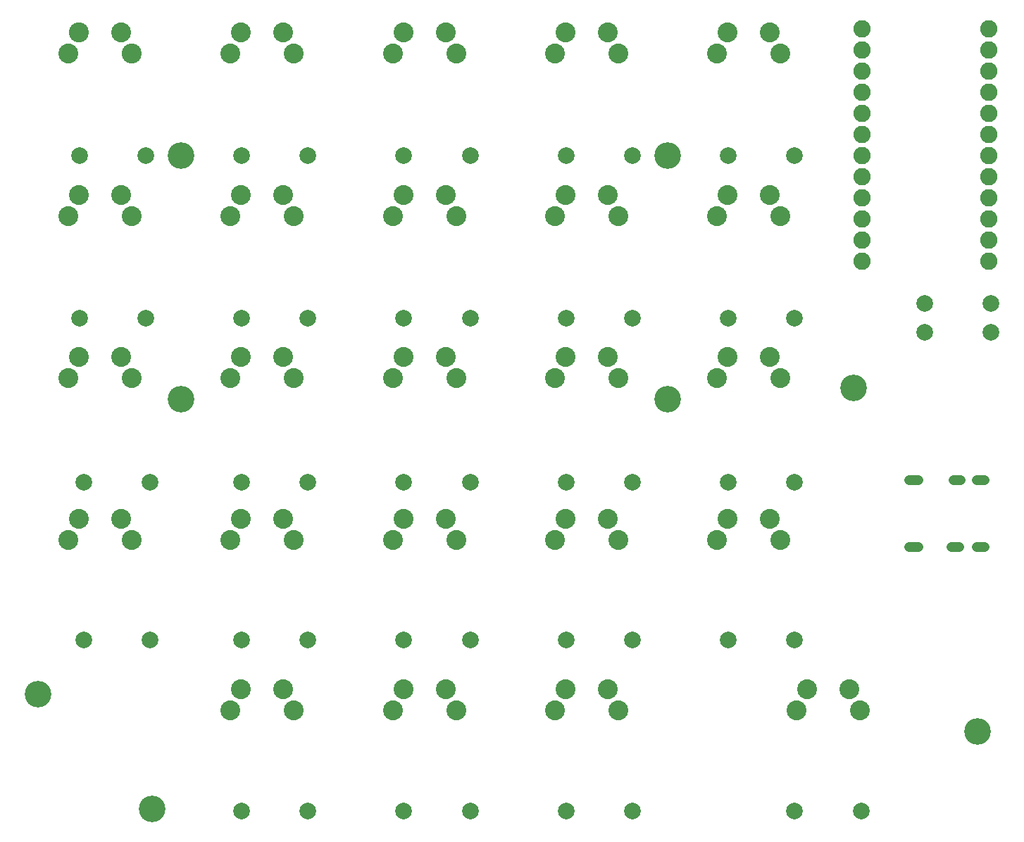
<source format=gts>
G04 Layer: TopSolderMaskLayer*
G04 EasyEDA v6.4.17, 2021-03-21T20:07:18+01:00*
G04 c47a54ca09f5448bbd9a4779f7b556aa,4df854c6aec24255a39790d4430c752a,10*
G04 Gerber Generator version 0.2*
G04 Scale: 100 percent, Rotated: No, Reflected: No *
G04 Dimensions in millimeters *
G04 leading zeros omitted , absolute positions ,4 integer and 5 decimal *
%FSLAX45Y45*%
%MOMM*%

%ADD22C,1.2032*%
%ADD23C,3.2032*%
%ADD24C,2.4032*%
%ADD25C,2.3876*%
%ADD26C,2.0032*%
%ADD27C,2.0828*%

%LPD*%
D22*
X12283991Y1868423D02*
G01*
X12193991Y1868423D01*
X11978937Y1868423D02*
G01*
X11888937Y1868423D01*
X11489065Y1868423D02*
G01*
X11379065Y1868423D01*
X11489065Y2678176D02*
G01*
X11379065Y2678176D01*
X11999003Y2678176D02*
G01*
X11909003Y2678176D01*
X12283991Y2678176D02*
G01*
X12193991Y2678176D01*
D23*
G01*
X2624988Y6578600D03*
G01*
X2624988Y3650005D03*
G01*
X2275001Y-1275003D03*
G01*
X899998Y99999D03*
G01*
X12200000Y-350012D03*
G01*
X8474989Y6574993D03*
G01*
X8474989Y3650005D03*
D24*
G01*
X2032000Y7803997D03*
G01*
X1397000Y8057997D03*
D23*
G01*
X10706100Y3784600D03*
D25*
G01*
X10654029Y157987D03*
G01*
X10019029Y-96012D03*
G01*
X10781029Y-96012D03*
G01*
X10146029Y157987D03*
G01*
X1903984Y8057895D03*
G01*
X1268984Y7803895D03*
G01*
X1395984Y8057895D03*
G01*
X2030984Y7803895D03*
G01*
X5803900Y8057895D03*
G01*
X5168900Y7803895D03*
G01*
X5295900Y8057895D03*
G01*
X5930900Y7803895D03*
G01*
X7754111Y8057895D03*
G01*
X7119111Y7803895D03*
G01*
X7246111Y8057895D03*
G01*
X7881111Y7803895D03*
G01*
X9704070Y8057895D03*
G01*
X9069070Y7803895D03*
G01*
X9196070Y8057895D03*
G01*
X9831070Y7803895D03*
G01*
X1903984Y6107937D03*
G01*
X1268984Y5853937D03*
G01*
X1395984Y6107937D03*
G01*
X2030984Y5853937D03*
G01*
X3853941Y6107937D03*
G01*
X3218941Y5853937D03*
G01*
X3345941Y6107937D03*
G01*
X3980941Y5853937D03*
G01*
X5803900Y6107937D03*
G01*
X5168900Y5853937D03*
G01*
X5295900Y6107937D03*
G01*
X5930900Y5853937D03*
G01*
X7754111Y6107937D03*
G01*
X7119111Y5853937D03*
G01*
X7246111Y6107937D03*
G01*
X7881111Y5853937D03*
G01*
X9704070Y6107937D03*
G01*
X9069070Y5853937D03*
G01*
X9196070Y6107937D03*
G01*
X9831070Y5853937D03*
G01*
X1903984Y4157979D03*
G01*
X1268984Y3903979D03*
G01*
X1395984Y4157979D03*
G01*
X2030984Y3903979D03*
G01*
X3853941Y4157979D03*
G01*
X3218941Y3903979D03*
G01*
X3345941Y4157979D03*
G01*
X3980941Y3903979D03*
G01*
X5803900Y4157979D03*
G01*
X5168900Y3903979D03*
G01*
X5295900Y4157979D03*
G01*
X5930900Y3903979D03*
G01*
X7754111Y4157979D03*
G01*
X7119111Y3903979D03*
G01*
X7246111Y4157979D03*
G01*
X7881111Y3903979D03*
G01*
X9704070Y4157979D03*
G01*
X9069070Y3903979D03*
G01*
X9196070Y4157979D03*
G01*
X9831070Y3903979D03*
G01*
X1903984Y2208021D03*
G01*
X1268984Y1954021D03*
G01*
X1395984Y2208021D03*
G01*
X2030984Y1954021D03*
G01*
X3853941Y2208021D03*
G01*
X3218941Y1954021D03*
G01*
X3345941Y2208021D03*
G01*
X3980941Y1954021D03*
G01*
X5803900Y2208021D03*
G01*
X5168900Y1954021D03*
G01*
X5295900Y2208021D03*
G01*
X5930900Y1954021D03*
G01*
X7754111Y2208021D03*
G01*
X7119111Y1954021D03*
G01*
X7246111Y2208021D03*
G01*
X7881111Y1954021D03*
G01*
X9704070Y2208021D03*
G01*
X9069070Y1954021D03*
G01*
X9196070Y2208021D03*
G01*
X9831070Y1954021D03*
G01*
X3853941Y157987D03*
G01*
X3218941Y-96012D03*
G01*
X3345941Y157987D03*
G01*
X3980941Y-96012D03*
G01*
X5803900Y157987D03*
G01*
X5168900Y-96012D03*
G01*
X5295900Y157987D03*
G01*
X5930900Y-96012D03*
G01*
X7754111Y157987D03*
G01*
X7119111Y-96012D03*
G01*
X7246111Y157987D03*
G01*
X7881111Y-96012D03*
D26*
G01*
X9999979Y-1299997D03*
G01*
X10799978Y-1299997D03*
G01*
X5299989Y-1299997D03*
G01*
X6099987Y-1299997D03*
G01*
X3349980Y-1299997D03*
G01*
X4149979Y-1299997D03*
G01*
X9199981Y750011D03*
G01*
X9999979Y750011D03*
G01*
X7249998Y750011D03*
G01*
X8049996Y750011D03*
G01*
X5299989Y750011D03*
G01*
X6099987Y750011D03*
G01*
X3349980Y750011D03*
G01*
X4149979Y750011D03*
G01*
X1449984Y750011D03*
G01*
X2249982Y750011D03*
G01*
X9199981Y2650007D03*
G01*
X9999979Y2650007D03*
G01*
X7249998Y2650007D03*
G01*
X8049996Y2650007D03*
G01*
X5299989Y2650007D03*
G01*
X6099987Y2650007D03*
G01*
X3349980Y2650007D03*
G01*
X4149979Y2650007D03*
G01*
X1449984Y2650007D03*
G01*
X2249982Y2650007D03*
G01*
X9199981Y4625009D03*
G01*
X9999979Y4625009D03*
G01*
X7249998Y4625009D03*
G01*
X8049996Y4625009D03*
G01*
X5299989Y4625009D03*
G01*
X6099987Y4625009D03*
G01*
X3349980Y4625009D03*
G01*
X4149979Y4625009D03*
G01*
X1399997Y4625009D03*
G01*
X2199995Y4625009D03*
G01*
X9199981Y6574993D03*
G01*
X9999979Y6574993D03*
G01*
X7249998Y6574993D03*
G01*
X8049996Y6574993D03*
G01*
X5299989Y6574993D03*
G01*
X6099987Y6574993D03*
G01*
X3349980Y6578600D03*
G01*
X4149979Y6578600D03*
G01*
X1399997Y6578600D03*
G01*
X2199995Y6578600D03*
G01*
X7249998Y-1299997D03*
G01*
X8049996Y-1299997D03*
G01*
X12363399Y4457700D03*
G01*
X11563400Y4457700D03*
G01*
X12363399Y4800600D03*
G01*
X11563400Y4800600D03*
D27*
G01*
X12331700Y5308600D03*
G01*
X12331700Y5562600D03*
G01*
X12331700Y5816600D03*
G01*
X12331700Y6070600D03*
G01*
X12331700Y6324600D03*
G01*
X12331700Y6578600D03*
G01*
X12331700Y6832600D03*
G01*
X12331700Y7086600D03*
G01*
X12331700Y7340600D03*
G01*
X12331700Y7594600D03*
G01*
X12331700Y7848600D03*
G01*
X12331700Y8102600D03*
G01*
X10807700Y8102600D03*
G01*
X10807700Y7848600D03*
G01*
X10807700Y7594600D03*
G01*
X10807700Y7340600D03*
G01*
X10807700Y7086600D03*
G01*
X10807700Y6832600D03*
G01*
X10807700Y6578600D03*
G01*
X10807700Y6324600D03*
G01*
X10807700Y6070600D03*
G01*
X10807700Y5816600D03*
G01*
X10807700Y5562600D03*
G01*
X10807700Y5308600D03*
D25*
G01*
X3853941Y8057895D03*
G01*
X3218941Y7803895D03*
G01*
X3345941Y8057895D03*
G01*
X3980941Y7803895D03*
M02*

</source>
